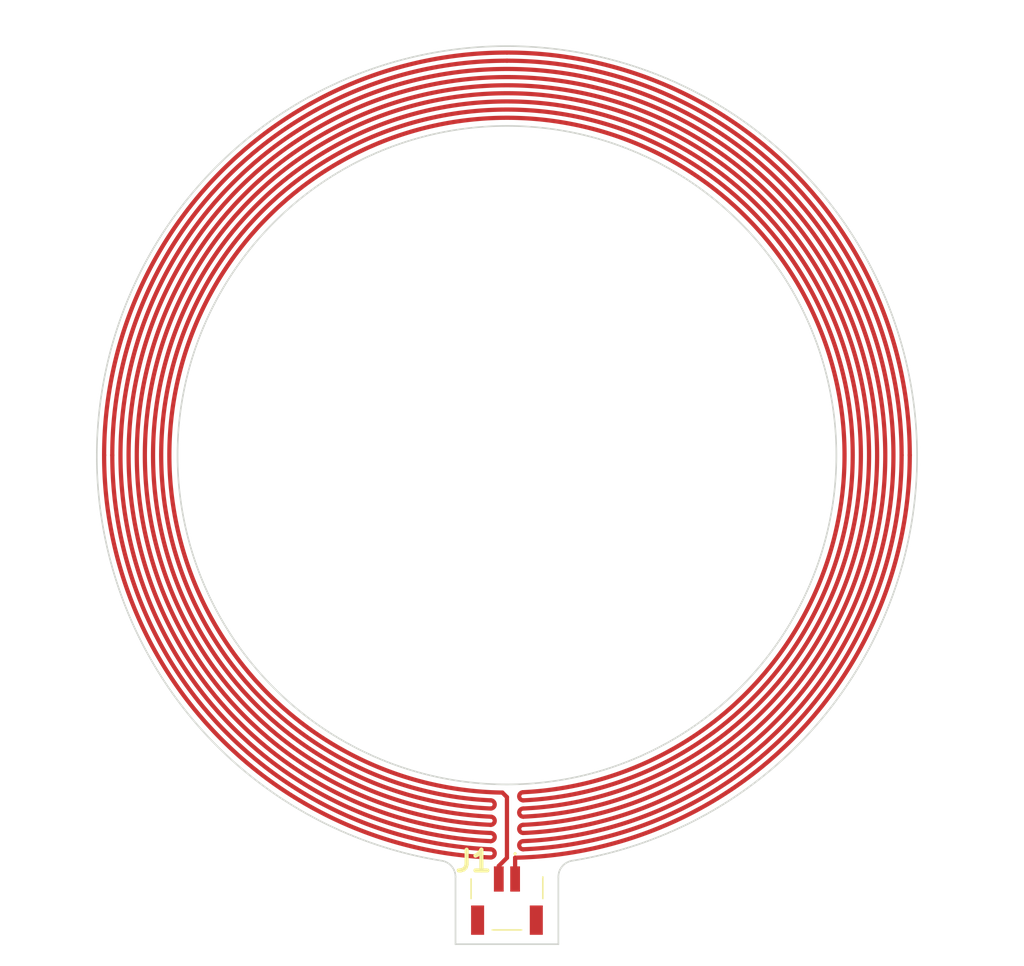
<source format=kicad_pcb>
(kicad_pcb (version 20240108) (generator "pcbnew") (generator_version "8.0")
  (layers (0 "F.Cu" signal) (31 "B.Cu" signal) (34 "B.Paste" user) (35 "F.Paste" user) (36 "B.SilkS" user "B.Silkscreen") (37 "F.SilkS" user "F.Silkscreen") (38 "B.Mask" user) (39 "F.Mask" user) (44 "Edge.Cuts" user))
  (net 0 "")
  (net 1 "Net-(J1-Pad1)")
  (footprint "T1M-02-F-SV-L:T1M02FSVL" (layer "F.Cu") (at 150 127.5 180)
    (property "Reference" "J1" (at 2.05 2.6 0) (layer "F.SilkS") (effects (font (size 1.27 1.27) (thickness 0.254))))
    (property "Value" "T1M-02-F-SV-L" (hide yes))
    (fp_line (start 2.2 0.3) (end 2.2 1.5) (stroke (width 0.1)) (layer "F.SilkS"))
    (fp_line (start 0.9 -1.625) (end -0.9 -1.625) (stroke (width 0.1)) (layer "F.SilkS"))
    (fp_line (start -0.5 3.1) (end -0.5 3.1) (stroke (width 0.1)) (layer "F.SilkS"))
    (fp_line (start -0.5 3) (end -0.5 3) (stroke (width 0.1)) (layer "F.SilkS"))
    (fp_line (start -2.2 0.3) (end -2.2 1.625) (stroke (width 0.1)) (layer "F.SilkS"))
    (fp_arc (start -0.5 3.1) (mid -0.55 3.05) (end -0.5 3) (stroke (width 0.1)) (layer "F.SilkS"))
    (fp_arc (start -0.5 3) (mid -0.45 3.05) (end -0.5 3.1) (stroke (width 0.1)) (layer "F.SilkS"))
    (pad "1" smd rect (at -0.5 1.5 180) (size 0.6 1.55) (layers "F.Cu" "F.Paste" "F.Mask") (net 1 "Net-(J1-Pad1)"))
    (pad "2" smd rect (at 0.5 1.5 180) (size 0.6 1.55) (layers "F.Cu" "F.Paste" "F.Mask") (net 1 "Net-(J1-Pad1)"))
    (pad "MP1" smd rect (at -1.8 -1.025 180) (size 0.8 1.8) (layers "F.Cu" "F.Paste" "F.Mask"))
    (pad "MP2" smd rect (at 1.8 -1.025 180) (size 0.8 1.8) (layers "F.Cu" "F.Paste" "F.Mask"))
  )
  (gr_arc (start 150 75.800208) (mid 167.111329 82.888373) (end 174.198777 100) (stroke (width 0.26)) (layer "F.Cu") (net 1))
  (gr_arc (start 151.000252 122.177291) (mid 150.750104 121.927509) (end 150.999885 121.677361) (stroke (width 0.26)) (layer "F.Cu") (net 1))
  (gr_arc (start 150 75.29971) (mid 167.465235 82.534468) (end 174.699275 100) (stroke (width 0.26)) (layer "F.Cu") (net 1))
  (gr_arc (start 125.800259 100) (mid 132.888189 82.888174) (end 150 75.800208) (stroke (width 0.26)) (layer "F.Cu") (net 1))
  (gr_arc (start 148.999966 121.676614) (mid 150.000077 78.298299) (end 150.999885 121.676621) (stroke (width 0.26)) (layer "F.Cu") (net 1))
  (gr_arc (start 149.719136 120.698272) (mid 149.640087 79.30284) (end 151.000326 120.675993) (stroke (width 0.26)) (layer "F.Cu") (net 1))
  (gr_arc (start 148.999881 123.678848) (mid 149.999803 76.305242) (end 151.000532 123.678831) (stroke (width 0.26)) (layer "F.Cu") (net 1))
  (gr_arc (start 174.198777 100) (mid 167.459097 116.751403) (end 151.000294 124.177077) (stroke (width 0.26)) (layer "F.Cu") (net 1))
  (gr_arc (start 149.000152 122.177309) (mid 149.999802 77.795324) (end 151.000252 122.177291) (stroke (width 0.26)) (layer "F.Cu") (net 1))
  (gr_arc (start 149.000152 122.177309) (mid 149.250395 122.427771) (end 149.000152 122.678233) (stroke (width 0.26)) (layer "F.Cu") (net 1))
  (gr_arc (start 174.699275 100) (mid 167.638329 117.284877) (end 150.499882 124.694165) (stroke (width 0.26)) (layer "F.Cu") (net 1))
  (gr_arc (start 148.999999 123.178351) (mid 149.999832 76.803841) (end 151.00036 123.178336) (stroke (width 0.26)) (layer "F.Cu") (net 1))
  (gr_arc (start 149 124.179068) (mid 149.25043 124.429498) (end 149 124.679928) (stroke (width 0.26)) (layer "F.Cu") (net 1))
  (gr_arc (start 149.000152 122.678025) (mid 149.9998 77.306816) (end 151.00022 122.678008) (stroke (width 0.26)) (layer "F.Cu") (net 1))
  (gr_arc (start 151.00036 123.178336) (mid 150.749897 122.928231) (end 151.00022 122.677986) (stroke (width 0.26)) (layer "F.Cu") (net 1))
  (gr_arc (start 149 124.179068) (mid 132.540168 116.752652) (end 125.800259 100) (stroke (width 0.26)) (layer "F.Cu") (net 1))
  (gr_arc (start 148.999999 123.178351) (mid 149.250697 123.429167) (end 148.999881 123.679865) (stroke (width 0.26)) (layer "F.Cu") (net 1))
  (gr_arc (start 151.000376 124.179052) (mid 150.750132 123.93431) (end 150.990023 123.679413) (stroke (width 0.26)) (layer "F.Cu") (net 1))
  (gr_arc (start 148.999999 121.176333) (mid 149.999802 78.796899) (end 151.000369 121.176315) (stroke (width 0.26)) (layer "F.Cu") (net 1))
  (gr_arc (start 149 124.679927) (mid 132.182992 117.109688) (end 125.299761 100) (stroke (width 0.26)) (layer "F.Cu") (net 1))
  (gr_arc (start 151.000369 121.176314) (mid 150.74962 120.926057) (end 151.000314 120.675746) (stroke (width 0.26)) (layer "F.Cu") (net 1))
  (gr_arc (start 148.999999 121.176333) (mid 149.249754 121.426338) (end 148.999966 121.676311) (stroke (width 0.26)) (layer "F.Cu") (net 1))
  (gr_arc (start 125.299761 100) (mid 132.534283 82.534269) (end 150 75.29971) (stroke (width 0.26)) (layer "F.Cu") (net 1))
  (gr_line (start 153.152864 130) (end 146.846126 130.00027) (stroke (width 0.1)) (layer "Edge.Cuts"))
  (gr_circle (center 150 100) (end 170.2 100) (stroke (width 0.1)) (fill none) (layer "Edge.Cuts"))
  (gr_line (start 153.152855 125.869074) (end 153.152864 130) (stroke (width 0.1)) (layer "Edge.Cuts"))
  (gr_line (start 146.846199 125.868634) (end 146.846126 130.00027) (stroke (width 0.1)) (layer "Edge.Cuts"))
  (gr_arc (start 146.000475 124.880957) (mid 146.605735 125.218613) (end 146.846199 125.868634) (stroke (width 0.1)) (layer "Edge.Cuts"))
  (gr_arc (start 153.152855 125.869074) (mid 153.393264 125.218946) (end 153.998592 124.881245) (stroke (width 0.1)) (layer "Edge.Cuts"))
  (gr_arc (start 146.000475 124.880956) (mid 150.000485 74.904771) (end 153.998571 124.88111) (stroke (width 0.1)) (layer "Edge.Cuts"))
  (segment (start 149.5 126) (end 149.5 125.2) (width 0.26) (layer "F.Cu") (net 1))
  (segment (start 149.5 125.2) (end 150 124.7) (width 0.26) (layer "F.Cu") (net 1))
  (segment (start 150.5 126) (end 150.5 124.7) (width 0.26) (layer "F.Cu") (net 1))
  (segment (start 150 124.7) (end 150 120.98) (width 0.26) (layer "F.Cu") (net 1))
  (segment (start 150 120.98) (end 149.72 120.7) (width 0.26) (layer "F.Cu") (net 1))
)
</source>
